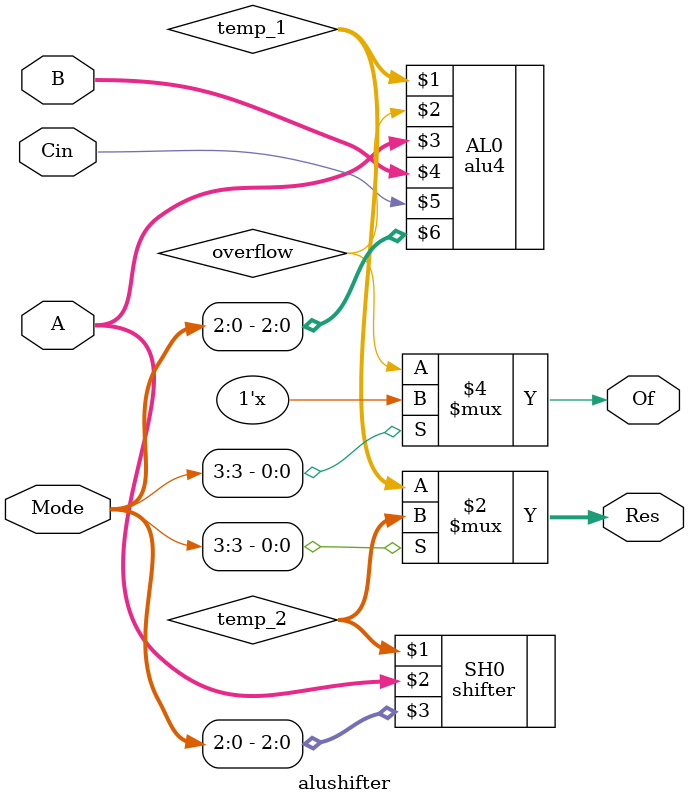
<source format=v>
module alushifter (Res,Of,A,B,Cin,Mode);
	input [3:0] A, B;
	input Cin;
	input [3:0] Mode;
	output [3:0] Res;
	output Of;
	
	wire [3:0] temp_1, temp_2;
	wire overflow;
	
	alu4 AL0 (temp_1,overflow,A,B,Cin,Mode[2:0]);
	shifter SH0 (temp_2,A,Mode[2:0]);
	assign Res = (Mode[3] == 1) ? temp_2 : temp_1;
	assign Of = (Mode[3] == 1) ? 1'bZ : overflow ;
	
	// always @ (*)
	// begin
		// case (Mode[3])
			// 1'b0: 
			// begin
				// Res <= temp_2;
				// Of <= 1'bZ;
			// end
			// 1'b1: Res <= temp_1;
		// endcase
	// end
	
	// if(Mode[3])
	// begin
		// assign Res = temp_2;
		// assign Of = 1'bZ;
	// end
	// else begin
		// assign Res = temp_1;
	// end
	
endmodule
</source>
